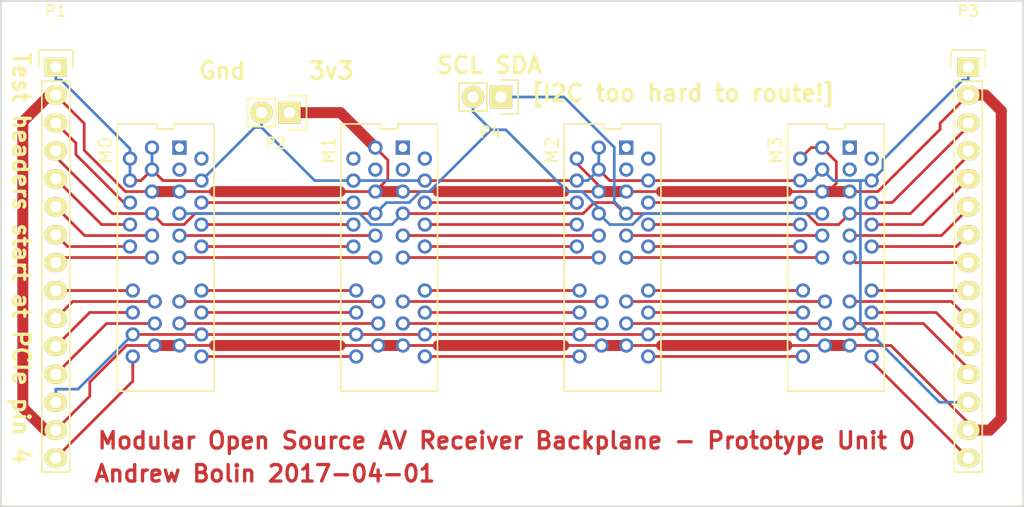
<source format=kicad_pcb>
(kicad_pcb (version 20171130) (host pcbnew "(5.1.12)-1")

  (general
    (thickness 1.6)
    (drawings 12)
    (tracks 236)
    (zones 0)
    (modules 8)
    (nets 69)
  )

  (page A4)
  (layers
    (0 F.Cu signal)
    (31 B.Cu signal)
    (32 B.Adhes user)
    (33 F.Adhes user hide)
    (34 B.Paste user)
    (35 F.Paste user)
    (36 B.SilkS user)
    (37 F.SilkS user)
    (38 B.Mask user)
    (39 F.Mask user)
    (40 Dwgs.User user)
    (41 Cmts.User user)
    (42 Eco1.User user)
    (43 Eco2.User user)
    (44 Edge.Cuts user)
    (45 Margin user)
    (46 B.CrtYd user)
    (47 F.CrtYd user)
    (48 B.Fab user)
    (49 F.Fab user)
  )

  (setup
    (last_trace_width 0.25)
    (user_trace_width 0.2)
    (user_trace_width 0.25)
    (user_trace_width 0.5)
    (user_trace_width 1)
    (trace_clearance 0.2)
    (zone_clearance 0.508)
    (zone_45_only no)
    (trace_min 0.2)
    (via_size 0.6)
    (via_drill 0.4)
    (via_min_size 0.4)
    (via_min_drill 0.3)
    (uvia_size 0.3)
    (uvia_drill 0.1)
    (uvias_allowed no)
    (uvia_min_size 0.2)
    (uvia_min_drill 0.1)
    (edge_width 0.15)
    (segment_width 0.2)
    (pcb_text_width 0.3)
    (pcb_text_size 1.5 1.5)
    (mod_edge_width 0.15)
    (mod_text_size 1 1)
    (mod_text_width 0.15)
    (pad_size 1.524 1.524)
    (pad_drill 0.762)
    (pad_to_mask_clearance 0.2)
    (aux_axis_origin 0 0)
    (visible_elements 7FFFFFFF)
    (pcbplotparams
      (layerselection 0x010f0_80000001)
      (usegerberextensions true)
      (usegerberattributes true)
      (usegerberadvancedattributes true)
      (creategerberjobfile true)
      (excludeedgelayer true)
      (linewidth 0.100000)
      (plotframeref false)
      (viasonmask false)
      (mode 1)
      (useauxorigin false)
      (hpglpennumber 1)
      (hpglpenspeed 20)
      (hpglpendiameter 15.000000)
      (psnegative false)
      (psa4output false)
      (plotreference true)
      (plotvalue true)
      (plotinvisibletext false)
      (padsonsilk false)
      (subtractmaskfromsilk false)
      (outputformat 1)
      (mirror false)
      (drillshape 0)
      (scaleselection 1)
      (outputdirectory "../../../AVR_private/Prototype Unit 0/backplane/"))
  )

  (net 0 "")
  (net 1 "Net-(M0-PadA12)")
  (net 2 "Net-(M0-PadA13)")
  (net 3 "Net-(M0-PadB14)")
  (net 4 "Net-(M0-PadA15)")
  (net 5 "Net-(M0-PadA18)")
  (net 6 "Net-(M0-PadB18)")
  (net 7 "Net-(M0-PadB15)")
  (net 8 "Net-(M0-PadA14)")
  (net 9 "Net-(M0-PadB13)")
  (net 10 "Net-(M0-PadB12)")
  (net 11 "Net-(M0-PadA3)")
  (net 12 "Net-(M0-PadA1)")
  (net 13 GND)
  (net 14 "Net-(M0-PadA9)")
  (net 15 "Net-(M0-PadB9)")
  (net 16 "Net-(M0-PadA11)")
  (net 17 "Net-(M0-PadB11)")
  (net 18 "Net-(M0-PadA2)")
  (net 19 "Net-(M0-PadA6)")
  (net 20 "Net-(M0-PadB6)")
  (net 21 "Net-(M0-PadA8)")
  (net 22 "Net-(M0-PadB8)")
  (net 23 "Net-(M0-PadA10)")
  (net 24 "Net-(M0-PadB10)")
  (net 25 "Net-(M1-PadA12)")
  (net 26 "Net-(M1-PadA13)")
  (net 27 "Net-(M1-PadA15)")
  (net 28 "Net-(M1-PadA18)")
  (net 29 "Net-(M1-PadA14)")
  (net 30 "Net-(M1-PadA3)")
  (net 31 "Net-(M1-PadA1)")
  (net 32 +3V3)
  (net 33 "Net-(M1-PadA9)")
  (net 34 "Net-(M1-PadA11)")
  (net 35 "Net-(M1-PadA2)")
  (net 36 "Net-(M1-PadA6)")
  (net 37 "Net-(M1-PadA8)")
  (net 38 "Net-(M1-PadA10)")
  (net 39 "Net-(M2-PadA12)")
  (net 40 "Net-(M2-PadA13)")
  (net 41 "Net-(M2-PadA15)")
  (net 42 "Net-(M2-PadA18)")
  (net 43 "Net-(M2-PadA14)")
  (net 44 "Net-(M2-PadA3)")
  (net 45 "Net-(M2-PadA1)")
  (net 46 "Net-(M2-PadA9)")
  (net 47 "Net-(M2-PadA11)")
  (net 48 "Net-(M2-PadA2)")
  (net 49 "Net-(M2-PadA6)")
  (net 50 "Net-(M2-PadA8)")
  (net 51 "Net-(M2-PadA10)")
  (net 52 "Net-(M3-PadA12)")
  (net 53 "Net-(M3-PadA13)")
  (net 54 "Net-(M3-PadA15)")
  (net 55 "Net-(M3-PadA18)")
  (net 56 "Net-(M3-PadA14)")
  (net 57 "Net-(M3-PadA3)")
  (net 58 "Net-(M3-PadA1)")
  (net 59 "Net-(M3-PadA9)")
  (net 60 "Net-(M3-PadA11)")
  (net 61 "Net-(M3-PadA2)")
  (net 62 "Net-(M3-PadA6)")
  (net 63 "Net-(M3-PadA8)")
  (net 64 "Net-(M3-PadA10)")
  (net 65 /SDA)
  (net 66 /SCL)
  (net 67 "Net-(M1-PadB3)")
  (net 68 "Net-(M1-PadB2)")

  (net_class Default "This is the default net class."
    (clearance 0.2)
    (trace_width 0.25)
    (via_dia 0.6)
    (via_drill 0.4)
    (uvia_dia 0.3)
    (uvia_drill 0.1)
    (add_net +3V3)
    (add_net /SCL)
    (add_net /SDA)
    (add_net GND)
    (add_net "Net-(M0-PadA1)")
    (add_net "Net-(M0-PadA10)")
    (add_net "Net-(M0-PadA11)")
    (add_net "Net-(M0-PadA12)")
    (add_net "Net-(M0-PadA13)")
    (add_net "Net-(M0-PadA14)")
    (add_net "Net-(M0-PadA15)")
    (add_net "Net-(M0-PadA18)")
    (add_net "Net-(M0-PadA2)")
    (add_net "Net-(M0-PadA3)")
    (add_net "Net-(M0-PadA6)")
    (add_net "Net-(M0-PadA8)")
    (add_net "Net-(M0-PadA9)")
    (add_net "Net-(M0-PadB10)")
    (add_net "Net-(M0-PadB11)")
    (add_net "Net-(M0-PadB12)")
    (add_net "Net-(M0-PadB13)")
    (add_net "Net-(M0-PadB14)")
    (add_net "Net-(M0-PadB15)")
    (add_net "Net-(M0-PadB18)")
    (add_net "Net-(M0-PadB6)")
    (add_net "Net-(M0-PadB8)")
    (add_net "Net-(M0-PadB9)")
    (add_net "Net-(M1-PadA1)")
    (add_net "Net-(M1-PadA10)")
    (add_net "Net-(M1-PadA11)")
    (add_net "Net-(M1-PadA12)")
    (add_net "Net-(M1-PadA13)")
    (add_net "Net-(M1-PadA14)")
    (add_net "Net-(M1-PadA15)")
    (add_net "Net-(M1-PadA18)")
    (add_net "Net-(M1-PadA2)")
    (add_net "Net-(M1-PadA3)")
    (add_net "Net-(M1-PadA6)")
    (add_net "Net-(M1-PadA8)")
    (add_net "Net-(M1-PadA9)")
    (add_net "Net-(M1-PadB2)")
    (add_net "Net-(M1-PadB3)")
    (add_net "Net-(M2-PadA1)")
    (add_net "Net-(M2-PadA10)")
    (add_net "Net-(M2-PadA11)")
    (add_net "Net-(M2-PadA12)")
    (add_net "Net-(M2-PadA13)")
    (add_net "Net-(M2-PadA14)")
    (add_net "Net-(M2-PadA15)")
    (add_net "Net-(M2-PadA18)")
    (add_net "Net-(M2-PadA2)")
    (add_net "Net-(M2-PadA3)")
    (add_net "Net-(M2-PadA6)")
    (add_net "Net-(M2-PadA8)")
    (add_net "Net-(M2-PadA9)")
    (add_net "Net-(M3-PadA1)")
    (add_net "Net-(M3-PadA10)")
    (add_net "Net-(M3-PadA11)")
    (add_net "Net-(M3-PadA12)")
    (add_net "Net-(M3-PadA13)")
    (add_net "Net-(M3-PadA14)")
    (add_net "Net-(M3-PadA15)")
    (add_net "Net-(M3-PadA18)")
    (add_net "Net-(M3-PadA2)")
    (add_net "Net-(M3-PadA3)")
    (add_net "Net-(M3-PadA6)")
    (add_net "Net-(M3-PadA8)")
    (add_net "Net-(M3-PadA9)")
  )

  (module pcie:x1socket (layer F.Cu) (tedit 58DF6D8B) (tstamp 58DF7207)
    (at 116 98.35 270)
    (path /58DF6DCE)
    (fp_text reference M0 (at -4.75 5.5 90) (layer F.SilkS)
      (effects (font (size 1.2 1.2) (thickness 0.15)))
    )
    (fp_text value pcie_1x_conn (at 12.5 5.5 270) (layer F.Fab)
      (effects (font (size 1.2 1.2) (thickness 0.15)))
    )
    (fp_line (start -7.15 0.799999) (end -7.15 4.4) (layer F.SilkS) (width 0.15))
    (fp_line (start -6.7 0.799999) (end -7.15 0.799999) (layer F.SilkS) (width 0.15))
    (fp_line (start -7.15 4.4) (end 17.15 4.4) (layer F.SilkS) (width 0.15))
    (fp_line (start 17.15 4.4) (end 17.15 -4.4) (layer F.SilkS) (width 0.15))
    (fp_line (start 17.15 -4.4) (end -7.15 -4.4) (layer F.SilkS) (width 0.15))
    (fp_line (start -7.15 -4.4) (end -7.15 -0.8) (layer F.SilkS) (width 0.15))
    (fp_line (start -7.15 -0.8) (end -6.7 -0.8) (layer F.SilkS) (width 0.15))
    (fp_line (start -6.7 -0.8) (end -6.7 0.799999) (layer F.SilkS) (width 0.15))
    (pad A12 thru_hole circle (at 8 -3.25 270) (size 1.3 1.3) (drill 0.8) (layers *.Cu *.Mask)
      (net 1 "Net-(M0-PadA12)"))
    (pad A13 thru_hole circle (at 9 -1.25 270) (size 1.3 1.3) (drill 0.8) (layers *.Cu *.Mask)
      (net 2 "Net-(M0-PadA13)"))
    (pad B14 thru_hole circle (at 10 3 270) (size 1.3 1.3) (drill 0.8) (layers *.Cu *.Mask)
      (net 3 "Net-(M0-PadB14)"))
    (pad A15 thru_hole circle (at 11 -1.25 270) (size 1.3 1.3) (drill 0.8) (layers *.Cu *.Mask)
      (net 4 "Net-(M0-PadA15)"))
    (pad A16 thru_hole circle (at 12 -3.25 270) (size 1.3 1.3) (drill 0.8) (layers *.Cu *.Mask)
      (net 13 GND))
    (pad A17 thru_hole circle (at 13 -1.25 270) (size 1.3 1.3) (drill 0.8) (layers *.Cu *.Mask)
      (net 32 +3V3))
    (pad A18 thru_hole circle (at 14 -3.25 270) (size 1.3 1.3) (drill 0.8) (layers *.Cu *.Mask)
      (net 5 "Net-(M0-PadA18)"))
    (pad B18 thru_hole circle (at 14 3 270) (size 1.3 1.3) (drill 0.8) (layers *.Cu *.Mask)
      (net 6 "Net-(M0-PadB18)"))
    (pad B17 thru_hole circle (at 13 1 270) (size 1.3 1.3) (drill 0.8) (layers *.Cu *.Mask)
      (net 32 +3V3))
    (pad B16 thru_hole circle (at 12 3 270) (size 1.3 1.3) (drill 0.8) (layers *.Cu *.Mask)
      (net 13 GND))
    (pad B15 thru_hole circle (at 11 1 270) (size 1.3 1.3) (drill 0.8) (layers *.Cu *.Mask)
      (net 7 "Net-(M0-PadB15)"))
    (pad A14 thru_hole circle (at 10 -3.25 270) (size 1.3 1.3) (drill 0.8) (layers *.Cu *.Mask)
      (net 8 "Net-(M0-PadA14)"))
    (pad B13 thru_hole circle (at 9 1 270) (size 1.3 1.3) (drill 0.8) (layers *.Cu *.Mask)
      (net 9 "Net-(M0-PadB13)"))
    (pad B12 thru_hole circle (at 8 3 270) (size 1.3 1.3) (drill 0.8) (layers *.Cu *.Mask)
      (net 10 "Net-(M0-PadB12)"))
    (pad "" np_thru_hole circle (at 15.8 0 270) (size 2.35 2.35) (drill 2.35) (layers *.Cu *.Mask))
    (pad A3 thru_hole circle (at -3 -1.25 270) (size 1.3 1.3) (drill 0.8) (layers *.Cu *.Mask)
      (net 11 "Net-(M0-PadA3)"))
    (pad A1 thru_hole rect (at -5 -1.25 270) (size 1.3 1.3) (drill 0.8) (layers *.Cu *.Mask)
      (net 12 "Net-(M0-PadA1)"))
    (pad B1 thru_hole circle (at -5 1.25 270) (size 1.3 1.3) (drill 0.8) (layers *.Cu *.Mask)
      (net 13 GND))
    (pad B3 thru_hole circle (at -3 1.25 270) (size 1.3 1.3) (drill 0.8) (layers *.Cu *.Mask)
      (net 13 GND))
    (pad A5 thru_hole circle (at -1 -1.25 270) (size 1.3 1.3) (drill 0.8) (layers *.Cu *.Mask)
      (net 32 +3V3))
    (pad B5 thru_hole circle (at -1 1.25 270) (size 1.3 1.3) (drill 0.8) (layers *.Cu *.Mask)
      (net 32 +3V3))
    (pad A7 thru_hole circle (at 1 -1.25 270) (size 1.3 1.3) (drill 0.8) (layers *.Cu *.Mask)
      (net 65 /SDA))
    (pad B7 thru_hole circle (at 1 1.25 270) (size 1.3 1.3) (drill 0.8) (layers *.Cu *.Mask)
      (net 66 /SCL))
    (pad A9 thru_hole circle (at 3 -1.25 270) (size 1.3 1.3) (drill 0.8) (layers *.Cu *.Mask)
      (net 14 "Net-(M0-PadA9)"))
    (pad B9 thru_hole circle (at 3 1.25 270) (size 1.3 1.3) (drill 0.8) (layers *.Cu *.Mask)
      (net 15 "Net-(M0-PadB9)"))
    (pad A11 thru_hole circle (at 5 -1.25 270) (size 1.3 1.3) (drill 0.8) (layers *.Cu *.Mask)
      (net 16 "Net-(M0-PadA11)"))
    (pad B11 thru_hole circle (at 5 1.25 270) (size 1.3 1.3) (drill 0.8) (layers *.Cu *.Mask)
      (net 17 "Net-(M0-PadB11)"))
    (pad A2 thru_hole circle (at -4 -3.25 270) (size 1.3 1.3) (drill 0.8) (layers *.Cu *.Mask)
      (net 18 "Net-(M0-PadA2)"))
    (pad B2 thru_hole circle (at -4 3.25 270) (size 1.3 1.3) (drill 0.8) (layers *.Cu *.Mask)
      (net 13 GND))
    (pad A4 thru_hole circle (at -2 -3.25 270) (size 1.3 1.3) (drill 0.8) (layers *.Cu *.Mask)
      (net 13 GND))
    (pad B4 thru_hole circle (at -2 3.25 270) (size 1.3 1.3) (drill 0.8) (layers *.Cu *.Mask)
      (net 13 GND))
    (pad A6 thru_hole circle (at 0 -3.25 270) (size 1.3 1.3) (drill 0.8) (layers *.Cu *.Mask)
      (net 19 "Net-(M0-PadA6)"))
    (pad B6 thru_hole circle (at 0 3.25 270) (size 1.3 1.3) (drill 0.8) (layers *.Cu *.Mask)
      (net 20 "Net-(M0-PadB6)"))
    (pad A8 thru_hole circle (at 2 -3.25 270) (size 1.3 1.3) (drill 0.8) (layers *.Cu *.Mask)
      (net 21 "Net-(M0-PadA8)"))
    (pad B8 thru_hole circle (at 2 3.25 270) (size 1.3 1.3) (drill 0.8) (layers *.Cu *.Mask)
      (net 22 "Net-(M0-PadB8)"))
    (pad A10 thru_hole circle (at 4 -3.25 270) (size 1.3 1.3) (drill 0.8) (layers *.Cu *.Mask)
      (net 23 "Net-(M0-PadA10)"))
    (pad B10 thru_hole circle (at 4 3.25 270) (size 1.3 1.3) (drill 0.8) (layers *.Cu *.Mask)
      (net 24 "Net-(M0-PadB10)"))
    (pad "" np_thru_hole circle (at 6.65 0 270) (size 2.35 2.35) (drill 2.35) (layers *.Cu *.Mask))
  )

  (module pcie:x1socket (layer F.Cu) (tedit 58DF6D8B) (tstamp 58DF7231)
    (at 136.32 98.35 270)
    (path /58DF6E2D)
    (fp_text reference M1 (at -4.75 5.5 90) (layer F.SilkS)
      (effects (font (size 1.2 1.2) (thickness 0.15)))
    )
    (fp_text value pcie_1x_conn (at 12.5 5.5 270) (layer F.Fab)
      (effects (font (size 1.2 1.2) (thickness 0.15)))
    )
    (fp_line (start -7.15 0.799999) (end -7.15 4.4) (layer F.SilkS) (width 0.15))
    (fp_line (start -6.7 0.799999) (end -7.15 0.799999) (layer F.SilkS) (width 0.15))
    (fp_line (start -7.15 4.4) (end 17.15 4.4) (layer F.SilkS) (width 0.15))
    (fp_line (start 17.15 4.4) (end 17.15 -4.4) (layer F.SilkS) (width 0.15))
    (fp_line (start 17.15 -4.4) (end -7.15 -4.4) (layer F.SilkS) (width 0.15))
    (fp_line (start -7.15 -4.4) (end -7.15 -0.8) (layer F.SilkS) (width 0.15))
    (fp_line (start -7.15 -0.8) (end -6.7 -0.8) (layer F.SilkS) (width 0.15))
    (fp_line (start -6.7 -0.8) (end -6.7 0.799999) (layer F.SilkS) (width 0.15))
    (pad A12 thru_hole circle (at 8 -3.25 270) (size 1.3 1.3) (drill 0.8) (layers *.Cu *.Mask)
      (net 25 "Net-(M1-PadA12)"))
    (pad A13 thru_hole circle (at 9 -1.25 270) (size 1.3 1.3) (drill 0.8) (layers *.Cu *.Mask)
      (net 26 "Net-(M1-PadA13)"))
    (pad B14 thru_hole circle (at 10 3 270) (size 1.3 1.3) (drill 0.8) (layers *.Cu *.Mask)
      (net 8 "Net-(M0-PadA14)"))
    (pad A15 thru_hole circle (at 11 -1.25 270) (size 1.3 1.3) (drill 0.8) (layers *.Cu *.Mask)
      (net 27 "Net-(M1-PadA15)"))
    (pad A16 thru_hole circle (at 12 -3.25 270) (size 1.3 1.3) (drill 0.8) (layers *.Cu *.Mask)
      (net 13 GND))
    (pad A17 thru_hole circle (at 13 -1.25 270) (size 1.3 1.3) (drill 0.8) (layers *.Cu *.Mask)
      (net 32 +3V3))
    (pad A18 thru_hole circle (at 14 -3.25 270) (size 1.3 1.3) (drill 0.8) (layers *.Cu *.Mask)
      (net 28 "Net-(M1-PadA18)"))
    (pad B18 thru_hole circle (at 14 3 270) (size 1.3 1.3) (drill 0.8) (layers *.Cu *.Mask)
      (net 5 "Net-(M0-PadA18)"))
    (pad B17 thru_hole circle (at 13 1 270) (size 1.3 1.3) (drill 0.8) (layers *.Cu *.Mask)
      (net 32 +3V3))
    (pad B16 thru_hole circle (at 12 3 270) (size 1.3 1.3) (drill 0.8) (layers *.Cu *.Mask)
      (net 13 GND))
    (pad B15 thru_hole circle (at 11 1 270) (size 1.3 1.3) (drill 0.8) (layers *.Cu *.Mask)
      (net 4 "Net-(M0-PadA15)"))
    (pad A14 thru_hole circle (at 10 -3.25 270) (size 1.3 1.3) (drill 0.8) (layers *.Cu *.Mask)
      (net 29 "Net-(M1-PadA14)"))
    (pad B13 thru_hole circle (at 9 1 270) (size 1.3 1.3) (drill 0.8) (layers *.Cu *.Mask)
      (net 2 "Net-(M0-PadA13)"))
    (pad B12 thru_hole circle (at 8 3 270) (size 1.3 1.3) (drill 0.8) (layers *.Cu *.Mask)
      (net 1 "Net-(M0-PadA12)"))
    (pad "" np_thru_hole circle (at 15.8 0 270) (size 2.35 2.35) (drill 2.35) (layers *.Cu *.Mask))
    (pad A3 thru_hole circle (at -3 -1.25 270) (size 1.3 1.3) (drill 0.8) (layers *.Cu *.Mask)
      (net 30 "Net-(M1-PadA3)"))
    (pad A1 thru_hole rect (at -5 -1.25 270) (size 1.3 1.3) (drill 0.8) (layers *.Cu *.Mask)
      (net 31 "Net-(M1-PadA1)"))
    (pad B1 thru_hole circle (at -5 1.25 270) (size 1.3 1.3) (drill 0.8) (layers *.Cu *.Mask)
      (net 32 +3V3))
    (pad B3 thru_hole circle (at -3 1.25 270) (size 1.3 1.3) (drill 0.8) (layers *.Cu *.Mask)
      (net 67 "Net-(M1-PadB3)"))
    (pad A5 thru_hole circle (at -1 -1.25 270) (size 1.3 1.3) (drill 0.8) (layers *.Cu *.Mask)
      (net 32 +3V3))
    (pad B5 thru_hole circle (at -1 1.25 270) (size 1.3 1.3) (drill 0.8) (layers *.Cu *.Mask)
      (net 32 +3V3))
    (pad A7 thru_hole circle (at 1 -1.25 270) (size 1.3 1.3) (drill 0.8) (layers *.Cu *.Mask)
      (net 65 /SDA))
    (pad B7 thru_hole circle (at 1 1.25 270) (size 1.3 1.3) (drill 0.8) (layers *.Cu *.Mask)
      (net 66 /SCL))
    (pad A9 thru_hole circle (at 3 -1.25 270) (size 1.3 1.3) (drill 0.8) (layers *.Cu *.Mask)
      (net 33 "Net-(M1-PadA9)"))
    (pad B9 thru_hole circle (at 3 1.25 270) (size 1.3 1.3) (drill 0.8) (layers *.Cu *.Mask)
      (net 14 "Net-(M0-PadA9)"))
    (pad A11 thru_hole circle (at 5 -1.25 270) (size 1.3 1.3) (drill 0.8) (layers *.Cu *.Mask)
      (net 34 "Net-(M1-PadA11)"))
    (pad B11 thru_hole circle (at 5 1.25 270) (size 1.3 1.3) (drill 0.8) (layers *.Cu *.Mask)
      (net 16 "Net-(M0-PadA11)"))
    (pad A2 thru_hole circle (at -4 -3.25 270) (size 1.3 1.3) (drill 0.8) (layers *.Cu *.Mask)
      (net 35 "Net-(M1-PadA2)"))
    (pad B2 thru_hole circle (at -4 3.25 270) (size 1.3 1.3) (drill 0.8) (layers *.Cu *.Mask)
      (net 68 "Net-(M1-PadB2)"))
    (pad A4 thru_hole circle (at -2 -3.25 270) (size 1.3 1.3) (drill 0.8) (layers *.Cu *.Mask)
      (net 13 GND))
    (pad B4 thru_hole circle (at -2 3.25 270) (size 1.3 1.3) (drill 0.8) (layers *.Cu *.Mask)
      (net 13 GND))
    (pad A6 thru_hole circle (at 0 -3.25 270) (size 1.3 1.3) (drill 0.8) (layers *.Cu *.Mask)
      (net 36 "Net-(M1-PadA6)"))
    (pad B6 thru_hole circle (at 0 3.25 270) (size 1.3 1.3) (drill 0.8) (layers *.Cu *.Mask)
      (net 19 "Net-(M0-PadA6)"))
    (pad A8 thru_hole circle (at 2 -3.25 270) (size 1.3 1.3) (drill 0.8) (layers *.Cu *.Mask)
      (net 37 "Net-(M1-PadA8)"))
    (pad B8 thru_hole circle (at 2 3.25 270) (size 1.3 1.3) (drill 0.8) (layers *.Cu *.Mask)
      (net 21 "Net-(M0-PadA8)"))
    (pad A10 thru_hole circle (at 4 -3.25 270) (size 1.3 1.3) (drill 0.8) (layers *.Cu *.Mask)
      (net 38 "Net-(M1-PadA10)"))
    (pad B10 thru_hole circle (at 4 3.25 270) (size 1.3 1.3) (drill 0.8) (layers *.Cu *.Mask)
      (net 23 "Net-(M0-PadA10)"))
    (pad "" np_thru_hole circle (at 6.65 0 270) (size 2.35 2.35) (drill 2.35) (layers *.Cu *.Mask))
  )

  (module pcie:x1socket (layer F.Cu) (tedit 58DF6D8B) (tstamp 58DF725B)
    (at 156.64 98.35 270)
    (path /58DF70E7)
    (fp_text reference M2 (at -4.75 5.5 90) (layer F.SilkS)
      (effects (font (size 1.2 1.2) (thickness 0.15)))
    )
    (fp_text value pcie_1x_conn (at 12.5 5.5 270) (layer F.Fab)
      (effects (font (size 1.2 1.2) (thickness 0.15)))
    )
    (fp_line (start -7.15 0.799999) (end -7.15 4.4) (layer F.SilkS) (width 0.15))
    (fp_line (start -6.7 0.799999) (end -7.15 0.799999) (layer F.SilkS) (width 0.15))
    (fp_line (start -7.15 4.4) (end 17.15 4.4) (layer F.SilkS) (width 0.15))
    (fp_line (start 17.15 4.4) (end 17.15 -4.4) (layer F.SilkS) (width 0.15))
    (fp_line (start 17.15 -4.4) (end -7.15 -4.4) (layer F.SilkS) (width 0.15))
    (fp_line (start -7.15 -4.4) (end -7.15 -0.8) (layer F.SilkS) (width 0.15))
    (fp_line (start -7.15 -0.8) (end -6.7 -0.8) (layer F.SilkS) (width 0.15))
    (fp_line (start -6.7 -0.8) (end -6.7 0.799999) (layer F.SilkS) (width 0.15))
    (pad A12 thru_hole circle (at 8 -3.25 270) (size 1.3 1.3) (drill 0.8) (layers *.Cu *.Mask)
      (net 39 "Net-(M2-PadA12)"))
    (pad A13 thru_hole circle (at 9 -1.25 270) (size 1.3 1.3) (drill 0.8) (layers *.Cu *.Mask)
      (net 40 "Net-(M2-PadA13)"))
    (pad B14 thru_hole circle (at 10 3 270) (size 1.3 1.3) (drill 0.8) (layers *.Cu *.Mask)
      (net 29 "Net-(M1-PadA14)"))
    (pad A15 thru_hole circle (at 11 -1.25 270) (size 1.3 1.3) (drill 0.8) (layers *.Cu *.Mask)
      (net 41 "Net-(M2-PadA15)"))
    (pad A16 thru_hole circle (at 12 -3.25 270) (size 1.3 1.3) (drill 0.8) (layers *.Cu *.Mask)
      (net 13 GND))
    (pad A17 thru_hole circle (at 13 -1.25 270) (size 1.3 1.3) (drill 0.8) (layers *.Cu *.Mask)
      (net 32 +3V3))
    (pad A18 thru_hole circle (at 14 -3.25 270) (size 1.3 1.3) (drill 0.8) (layers *.Cu *.Mask)
      (net 42 "Net-(M2-PadA18)"))
    (pad B18 thru_hole circle (at 14 3 270) (size 1.3 1.3) (drill 0.8) (layers *.Cu *.Mask)
      (net 28 "Net-(M1-PadA18)"))
    (pad B17 thru_hole circle (at 13 1 270) (size 1.3 1.3) (drill 0.8) (layers *.Cu *.Mask)
      (net 32 +3V3))
    (pad B16 thru_hole circle (at 12 3 270) (size 1.3 1.3) (drill 0.8) (layers *.Cu *.Mask)
      (net 13 GND))
    (pad B15 thru_hole circle (at 11 1 270) (size 1.3 1.3) (drill 0.8) (layers *.Cu *.Mask)
      (net 27 "Net-(M1-PadA15)"))
    (pad A14 thru_hole circle (at 10 -3.25 270) (size 1.3 1.3) (drill 0.8) (layers *.Cu *.Mask)
      (net 43 "Net-(M2-PadA14)"))
    (pad B13 thru_hole circle (at 9 1 270) (size 1.3 1.3) (drill 0.8) (layers *.Cu *.Mask)
      (net 26 "Net-(M1-PadA13)"))
    (pad B12 thru_hole circle (at 8 3 270) (size 1.3 1.3) (drill 0.8) (layers *.Cu *.Mask)
      (net 25 "Net-(M1-PadA12)"))
    (pad "" np_thru_hole circle (at 15.8 0 270) (size 2.35 2.35) (drill 2.35) (layers *.Cu *.Mask))
    (pad A3 thru_hole circle (at -3 -1.25 270) (size 1.3 1.3) (drill 0.8) (layers *.Cu *.Mask)
      (net 44 "Net-(M2-PadA3)"))
    (pad A1 thru_hole rect (at -5 -1.25 270) (size 1.3 1.3) (drill 0.8) (layers *.Cu *.Mask)
      (net 45 "Net-(M2-PadA1)"))
    (pad B1 thru_hole circle (at -5 1.25 270) (size 1.3 1.3) (drill 0.8) (layers *.Cu *.Mask)
      (net 13 GND))
    (pad B3 thru_hole circle (at -3 1.25 270) (size 1.3 1.3) (drill 0.8) (layers *.Cu *.Mask)
      (net 13 GND))
    (pad A5 thru_hole circle (at -1 -1.25 270) (size 1.3 1.3) (drill 0.8) (layers *.Cu *.Mask)
      (net 32 +3V3))
    (pad B5 thru_hole circle (at -1 1.25 270) (size 1.3 1.3) (drill 0.8) (layers *.Cu *.Mask)
      (net 32 +3V3))
    (pad A7 thru_hole circle (at 1 -1.25 270) (size 1.3 1.3) (drill 0.8) (layers *.Cu *.Mask)
      (net 65 /SDA))
    (pad B7 thru_hole circle (at 1 1.25 270) (size 1.3 1.3) (drill 0.8) (layers *.Cu *.Mask)
      (net 66 /SCL))
    (pad A9 thru_hole circle (at 3 -1.25 270) (size 1.3 1.3) (drill 0.8) (layers *.Cu *.Mask)
      (net 46 "Net-(M2-PadA9)"))
    (pad B9 thru_hole circle (at 3 1.25 270) (size 1.3 1.3) (drill 0.8) (layers *.Cu *.Mask)
      (net 33 "Net-(M1-PadA9)"))
    (pad A11 thru_hole circle (at 5 -1.25 270) (size 1.3 1.3) (drill 0.8) (layers *.Cu *.Mask)
      (net 47 "Net-(M2-PadA11)"))
    (pad B11 thru_hole circle (at 5 1.25 270) (size 1.3 1.3) (drill 0.8) (layers *.Cu *.Mask)
      (net 34 "Net-(M1-PadA11)"))
    (pad A2 thru_hole circle (at -4 -3.25 270) (size 1.3 1.3) (drill 0.8) (layers *.Cu *.Mask)
      (net 48 "Net-(M2-PadA2)"))
    (pad B2 thru_hole circle (at -4 3.25 270) (size 1.3 1.3) (drill 0.8) (layers *.Cu *.Mask)
      (net 32 +3V3))
    (pad A4 thru_hole circle (at -2 -3.25 270) (size 1.3 1.3) (drill 0.8) (layers *.Cu *.Mask)
      (net 13 GND))
    (pad B4 thru_hole circle (at -2 3.25 270) (size 1.3 1.3) (drill 0.8) (layers *.Cu *.Mask)
      (net 13 GND))
    (pad A6 thru_hole circle (at 0 -3.25 270) (size 1.3 1.3) (drill 0.8) (layers *.Cu *.Mask)
      (net 49 "Net-(M2-PadA6)"))
    (pad B6 thru_hole circle (at 0 3.25 270) (size 1.3 1.3) (drill 0.8) (layers *.Cu *.Mask)
      (net 36 "Net-(M1-PadA6)"))
    (pad A8 thru_hole circle (at 2 -3.25 270) (size 1.3 1.3) (drill 0.8) (layers *.Cu *.Mask)
      (net 50 "Net-(M2-PadA8)"))
    (pad B8 thru_hole circle (at 2 3.25 270) (size 1.3 1.3) (drill 0.8) (layers *.Cu *.Mask)
      (net 37 "Net-(M1-PadA8)"))
    (pad A10 thru_hole circle (at 4 -3.25 270) (size 1.3 1.3) (drill 0.8) (layers *.Cu *.Mask)
      (net 51 "Net-(M2-PadA10)"))
    (pad B10 thru_hole circle (at 4 3.25 270) (size 1.3 1.3) (drill 0.8) (layers *.Cu *.Mask)
      (net 38 "Net-(M1-PadA10)"))
    (pad "" np_thru_hole circle (at 6.65 0 270) (size 2.35 2.35) (drill 2.35) (layers *.Cu *.Mask))
  )

  (module pcie:x1socket (layer F.Cu) (tedit 58DF6D8B) (tstamp 58DF7285)
    (at 176.96 98.35 270)
    (path /58DF70ED)
    (fp_text reference M3 (at -4.75 5.5 90) (layer F.SilkS)
      (effects (font (size 1.2 1.2) (thickness 0.15)))
    )
    (fp_text value pcie_1x_conn (at 12.5 5.5 270) (layer F.Fab)
      (effects (font (size 1.2 1.2) (thickness 0.15)))
    )
    (fp_line (start -7.15 0.799999) (end -7.15 4.4) (layer F.SilkS) (width 0.15))
    (fp_line (start -6.7 0.799999) (end -7.15 0.799999) (layer F.SilkS) (width 0.15))
    (fp_line (start -7.15 4.4) (end 17.15 4.4) (layer F.SilkS) (width 0.15))
    (fp_line (start 17.15 4.4) (end 17.15 -4.4) (layer F.SilkS) (width 0.15))
    (fp_line (start 17.15 -4.4) (end -7.15 -4.4) (layer F.SilkS) (width 0.15))
    (fp_line (start -7.15 -4.4) (end -7.15 -0.8) (layer F.SilkS) (width 0.15))
    (fp_line (start -7.15 -0.8) (end -6.7 -0.8) (layer F.SilkS) (width 0.15))
    (fp_line (start -6.7 -0.8) (end -6.7 0.799999) (layer F.SilkS) (width 0.15))
    (pad A12 thru_hole circle (at 8 -3.25 270) (size 1.3 1.3) (drill 0.8) (layers *.Cu *.Mask)
      (net 52 "Net-(M3-PadA12)"))
    (pad A13 thru_hole circle (at 9 -1.25 270) (size 1.3 1.3) (drill 0.8) (layers *.Cu *.Mask)
      (net 53 "Net-(M3-PadA13)"))
    (pad B14 thru_hole circle (at 10 3 270) (size 1.3 1.3) (drill 0.8) (layers *.Cu *.Mask)
      (net 43 "Net-(M2-PadA14)"))
    (pad A15 thru_hole circle (at 11 -1.25 270) (size 1.3 1.3) (drill 0.8) (layers *.Cu *.Mask)
      (net 54 "Net-(M3-PadA15)"))
    (pad A16 thru_hole circle (at 12 -3.25 270) (size 1.3 1.3) (drill 0.8) (layers *.Cu *.Mask)
      (net 13 GND))
    (pad A17 thru_hole circle (at 13 -1.25 270) (size 1.3 1.3) (drill 0.8) (layers *.Cu *.Mask)
      (net 32 +3V3))
    (pad A18 thru_hole circle (at 14 -3.25 270) (size 1.3 1.3) (drill 0.8) (layers *.Cu *.Mask)
      (net 55 "Net-(M3-PadA18)"))
    (pad B18 thru_hole circle (at 14 3 270) (size 1.3 1.3) (drill 0.8) (layers *.Cu *.Mask)
      (net 42 "Net-(M2-PadA18)"))
    (pad B17 thru_hole circle (at 13 1 270) (size 1.3 1.3) (drill 0.8) (layers *.Cu *.Mask)
      (net 32 +3V3))
    (pad B16 thru_hole circle (at 12 3 270) (size 1.3 1.3) (drill 0.8) (layers *.Cu *.Mask)
      (net 13 GND))
    (pad B15 thru_hole circle (at 11 1 270) (size 1.3 1.3) (drill 0.8) (layers *.Cu *.Mask)
      (net 41 "Net-(M2-PadA15)"))
    (pad A14 thru_hole circle (at 10 -3.25 270) (size 1.3 1.3) (drill 0.8) (layers *.Cu *.Mask)
      (net 56 "Net-(M3-PadA14)"))
    (pad B13 thru_hole circle (at 9 1 270) (size 1.3 1.3) (drill 0.8) (layers *.Cu *.Mask)
      (net 40 "Net-(M2-PadA13)"))
    (pad B12 thru_hole circle (at 8 3 270) (size 1.3 1.3) (drill 0.8) (layers *.Cu *.Mask)
      (net 39 "Net-(M2-PadA12)"))
    (pad "" np_thru_hole circle (at 15.8 0 270) (size 2.35 2.35) (drill 2.35) (layers *.Cu *.Mask))
    (pad A3 thru_hole circle (at -3 -1.25 270) (size 1.3 1.3) (drill 0.8) (layers *.Cu *.Mask)
      (net 57 "Net-(M3-PadA3)"))
    (pad A1 thru_hole rect (at -5 -1.25 270) (size 1.3 1.3) (drill 0.8) (layers *.Cu *.Mask)
      (net 58 "Net-(M3-PadA1)"))
    (pad B1 thru_hole circle (at -5 1.25 270) (size 1.3 1.3) (drill 0.8) (layers *.Cu *.Mask)
      (net 32 +3V3))
    (pad B3 thru_hole circle (at -3 1.25 270) (size 1.3 1.3) (drill 0.8) (layers *.Cu *.Mask)
      (net 13 GND))
    (pad A5 thru_hole circle (at -1 -1.25 270) (size 1.3 1.3) (drill 0.8) (layers *.Cu *.Mask)
      (net 32 +3V3))
    (pad B5 thru_hole circle (at -1 1.25 270) (size 1.3 1.3) (drill 0.8) (layers *.Cu *.Mask)
      (net 32 +3V3))
    (pad A7 thru_hole circle (at 1 -1.25 270) (size 1.3 1.3) (drill 0.8) (layers *.Cu *.Mask)
      (net 65 /SDA))
    (pad B7 thru_hole circle (at 1 1.25 270) (size 1.3 1.3) (drill 0.8) (layers *.Cu *.Mask)
      (net 66 /SCL))
    (pad A9 thru_hole circle (at 3 -1.25 270) (size 1.3 1.3) (drill 0.8) (layers *.Cu *.Mask)
      (net 59 "Net-(M3-PadA9)"))
    (pad B9 thru_hole circle (at 3 1.25 270) (size 1.3 1.3) (drill 0.8) (layers *.Cu *.Mask)
      (net 46 "Net-(M2-PadA9)"))
    (pad A11 thru_hole circle (at 5 -1.25 270) (size 1.3 1.3) (drill 0.8) (layers *.Cu *.Mask)
      (net 60 "Net-(M3-PadA11)"))
    (pad B11 thru_hole circle (at 5 1.25 270) (size 1.3 1.3) (drill 0.8) (layers *.Cu *.Mask)
      (net 47 "Net-(M2-PadA11)"))
    (pad A2 thru_hole circle (at -4 -3.25 270) (size 1.3 1.3) (drill 0.8) (layers *.Cu *.Mask)
      (net 61 "Net-(M3-PadA2)"))
    (pad B2 thru_hole circle (at -4 3.25 270) (size 1.3 1.3) (drill 0.8) (layers *.Cu *.Mask)
      (net 32 +3V3))
    (pad A4 thru_hole circle (at -2 -3.25 270) (size 1.3 1.3) (drill 0.8) (layers *.Cu *.Mask)
      (net 13 GND))
    (pad B4 thru_hole circle (at -2 3.25 270) (size 1.3 1.3) (drill 0.8) (layers *.Cu *.Mask)
      (net 13 GND))
    (pad A6 thru_hole circle (at 0 -3.25 270) (size 1.3 1.3) (drill 0.8) (layers *.Cu *.Mask)
      (net 62 "Net-(M3-PadA6)"))
    (pad B6 thru_hole circle (at 0 3.25 270) (size 1.3 1.3) (drill 0.8) (layers *.Cu *.Mask)
      (net 49 "Net-(M2-PadA6)"))
    (pad A8 thru_hole circle (at 2 -3.25 270) (size 1.3 1.3) (drill 0.8) (layers *.Cu *.Mask)
      (net 63 "Net-(M3-PadA8)"))
    (pad B8 thru_hole circle (at 2 3.25 270) (size 1.3 1.3) (drill 0.8) (layers *.Cu *.Mask)
      (net 50 "Net-(M2-PadA8)"))
    (pad A10 thru_hole circle (at 4 -3.25 270) (size 1.3 1.3) (drill 0.8) (layers *.Cu *.Mask)
      (net 64 "Net-(M3-PadA10)"))
    (pad B10 thru_hole circle (at 4 3.25 270) (size 1.3 1.3) (drill 0.8) (layers *.Cu *.Mask)
      (net 51 "Net-(M2-PadA10)"))
    (pad "" np_thru_hole circle (at 6.65 0 270) (size 2.35 2.35) (drill 2.35) (layers *.Cu *.Mask))
  )

  (module Pin_Headers:Pin_Header_Straight_1x02 (layer F.Cu) (tedit 54EA090C) (tstamp 58DF72A1)
    (at 127.254 90.17 270)
    (descr "Through hole pin header")
    (tags "pin header")
    (path /58DF8475)
    (fp_text reference P2 (at 2.794 1.27) (layer F.SilkS)
      (effects (font (size 1 1) (thickness 0.15)))
    )
    (fp_text value CONN_01X02 (at 6.858 3.556 270) (layer F.Fab)
      (effects (font (size 1 1) (thickness 0.15)))
    )
    (fp_line (start -1.27 3.81) (end 1.27 3.81) (layer F.SilkS) (width 0.15))
    (fp_line (start -1.27 1.27) (end -1.27 3.81) (layer F.SilkS) (width 0.15))
    (fp_line (start -1.55 -1.55) (end 1.55 -1.55) (layer F.SilkS) (width 0.15))
    (fp_line (start -1.55 0) (end -1.55 -1.55) (layer F.SilkS) (width 0.15))
    (fp_line (start 1.27 1.27) (end -1.27 1.27) (layer F.SilkS) (width 0.15))
    (fp_line (start -1.75 4.3) (end 1.75 4.3) (layer F.CrtYd) (width 0.05))
    (fp_line (start -1.75 -1.75) (end 1.75 -1.75) (layer F.CrtYd) (width 0.05))
    (fp_line (start 1.75 -1.75) (end 1.75 4.3) (layer F.CrtYd) (width 0.05))
    (fp_line (start -1.75 -1.75) (end -1.75 4.3) (layer F.CrtYd) (width 0.05))
    (fp_line (start 1.55 -1.55) (end 1.55 0) (layer F.SilkS) (width 0.15))
    (fp_line (start 1.27 1.27) (end 1.27 3.81) (layer F.SilkS) (width 0.15))
    (pad 1 thru_hole rect (at 0 0 270) (size 2.032 2.032) (drill 1.016) (layers *.Cu *.Mask F.SilkS)
      (net 32 +3V3))
    (pad 2 thru_hole oval (at 0 2.54 270) (size 2.032 2.032) (drill 1.016) (layers *.Cu *.Mask F.SilkS)
      (net 13 GND))
    (model Pin_Headers.3dshapes/Pin_Header_Straight_1x02.wrl
      (offset (xyz 0 -1.269999980926514 0))
      (scale (xyz 1 1 1))
      (rotate (xyz 0 0 90))
    )
  )

  (module Pin_Headers:Pin_Header_Straight_1x15 (layer F.Cu) (tedit 0) (tstamp 58DF7482)
    (at 106 86.03)
    (descr "Through hole pin header")
    (tags "pin header")
    (path /58DF76B8)
    (fp_text reference P1 (at 0 -5.1) (layer F.SilkS)
      (effects (font (size 1 1) (thickness 0.15)))
    )
    (fp_text value CONN_01X15 (at 0 -3.1) (layer F.Fab)
      (effects (font (size 1 1) (thickness 0.15)))
    )
    (fp_line (start -1.55 -1.55) (end 1.55 -1.55) (layer F.SilkS) (width 0.15))
    (fp_line (start -1.55 0) (end -1.55 -1.55) (layer F.SilkS) (width 0.15))
    (fp_line (start 1.27 1.27) (end -1.27 1.27) (layer F.SilkS) (width 0.15))
    (fp_line (start 1.55 -1.55) (end 1.55 0) (layer F.SilkS) (width 0.15))
    (fp_line (start 1.27 36.83) (end 1.27 1.27) (layer F.SilkS) (width 0.15))
    (fp_line (start -1.27 36.83) (end 1.27 36.83) (layer F.SilkS) (width 0.15))
    (fp_line (start -1.27 1.27) (end -1.27 36.83) (layer F.SilkS) (width 0.15))
    (fp_line (start -1.75 37.35) (end 1.75 37.35) (layer F.CrtYd) (width 0.05))
    (fp_line (start -1.75 -1.75) (end 1.75 -1.75) (layer F.CrtYd) (width 0.05))
    (fp_line (start 1.75 -1.75) (end 1.75 37.35) (layer F.CrtYd) (width 0.05))
    (fp_line (start -1.75 -1.75) (end -1.75 37.35) (layer F.CrtYd) (width 0.05))
    (pad 1 thru_hole rect (at 0 0) (size 2.032 1.7272) (drill 1.016) (layers *.Cu *.Mask F.SilkS)
      (net 13 GND))
    (pad 2 thru_hole oval (at 0 2.54) (size 2.032 1.7272) (drill 1.016) (layers *.Cu *.Mask F.SilkS)
      (net 32 +3V3))
    (pad 3 thru_hole oval (at 0 5.08) (size 2.032 1.7272) (drill 1.016) (layers *.Cu *.Mask F.SilkS)
      (net 20 "Net-(M0-PadB6)"))
    (pad 4 thru_hole oval (at 0 7.62) (size 2.032 1.7272) (drill 1.016) (layers *.Cu *.Mask F.SilkS)
      (net 66 /SCL))
    (pad 5 thru_hole oval (at 0 10.16) (size 2.032 1.7272) (drill 1.016) (layers *.Cu *.Mask F.SilkS)
      (net 22 "Net-(M0-PadB8)"))
    (pad 6 thru_hole oval (at 0 12.7) (size 2.032 1.7272) (drill 1.016) (layers *.Cu *.Mask F.SilkS)
      (net 15 "Net-(M0-PadB9)"))
    (pad 7 thru_hole oval (at 0 15.24) (size 2.032 1.7272) (drill 1.016) (layers *.Cu *.Mask F.SilkS)
      (net 24 "Net-(M0-PadB10)"))
    (pad 8 thru_hole oval (at 0 17.78) (size 2.032 1.7272) (drill 1.016) (layers *.Cu *.Mask F.SilkS)
      (net 17 "Net-(M0-PadB11)"))
    (pad 9 thru_hole oval (at 0 20.32) (size 2.032 1.7272) (drill 1.016) (layers *.Cu *.Mask F.SilkS)
      (net 10 "Net-(M0-PadB12)"))
    (pad 10 thru_hole oval (at 0 22.86) (size 2.032 1.7272) (drill 1.016) (layers *.Cu *.Mask F.SilkS)
      (net 9 "Net-(M0-PadB13)"))
    (pad 11 thru_hole oval (at 0 25.4) (size 2.032 1.7272) (drill 1.016) (layers *.Cu *.Mask F.SilkS)
      (net 3 "Net-(M0-PadB14)"))
    (pad 12 thru_hole oval (at 0 27.94) (size 2.032 1.7272) (drill 1.016) (layers *.Cu *.Mask F.SilkS)
      (net 7 "Net-(M0-PadB15)"))
    (pad 13 thru_hole oval (at 0 30.48) (size 2.032 1.7272) (drill 1.016) (layers *.Cu *.Mask F.SilkS)
      (net 13 GND))
    (pad 14 thru_hole oval (at 0 33.02) (size 2.032 1.7272) (drill 1.016) (layers *.Cu *.Mask F.SilkS)
      (net 32 +3V3))
    (pad 15 thru_hole oval (at 0 35.56) (size 2.032 1.7272) (drill 1.016) (layers *.Cu *.Mask F.SilkS)
      (net 6 "Net-(M0-PadB18)"))
    (model Pin_Headers.3dshapes/Pin_Header_Straight_1x15.wrl
      (offset (xyz 0 -17.77999973297119 0))
      (scale (xyz 1 1 1))
      (rotate (xyz 0 0 90))
    )
  )

  (module Pin_Headers:Pin_Header_Straight_1x15 (layer F.Cu) (tedit 0) (tstamp 58DF7495)
    (at 189 86.03)
    (descr "Through hole pin header")
    (tags "pin header")
    (path /58DF77CF)
    (fp_text reference P3 (at 0 -5.1) (layer F.SilkS)
      (effects (font (size 1 1) (thickness 0.15)))
    )
    (fp_text value CONN_01X15 (at 0 -3.1) (layer F.Fab)
      (effects (font (size 1 1) (thickness 0.15)))
    )
    (fp_line (start -1.55 -1.55) (end 1.55 -1.55) (layer F.SilkS) (width 0.15))
    (fp_line (start -1.55 0) (end -1.55 -1.55) (layer F.SilkS) (width 0.15))
    (fp_line (start 1.27 1.27) (end -1.27 1.27) (layer F.SilkS) (width 0.15))
    (fp_line (start 1.55 -1.55) (end 1.55 0) (layer F.SilkS) (width 0.15))
    (fp_line (start 1.27 36.83) (end 1.27 1.27) (layer F.SilkS) (width 0.15))
    (fp_line (start -1.27 36.83) (end 1.27 36.83) (layer F.SilkS) (width 0.15))
    (fp_line (start -1.27 1.27) (end -1.27 36.83) (layer F.SilkS) (width 0.15))
    (fp_line (start -1.75 37.35) (end 1.75 37.35) (layer F.CrtYd) (width 0.05))
    (fp_line (start -1.75 -1.75) (end 1.75 -1.75) (layer F.CrtYd) (width 0.05))
    (fp_line (start 1.75 -1.75) (end 1.75 37.35) (layer F.CrtYd) (width 0.05))
    (fp_line (start -1.75 -1.75) (end -1.75 37.35) (layer F.CrtYd) (width 0.05))
    (pad 1 thru_hole rect (at 0 0) (size 2.032 1.7272) (drill 1.016) (layers *.Cu *.Mask F.SilkS)
      (net 13 GND))
    (pad 2 thru_hole oval (at 0 2.54) (size 2.032 1.7272) (drill 1.016) (layers *.Cu *.Mask F.SilkS)
      (net 32 +3V3))
    (pad 3 thru_hole oval (at 0 5.08) (size 2.032 1.7272) (drill 1.016) (layers *.Cu *.Mask F.SilkS)
      (net 62 "Net-(M3-PadA6)"))
    (pad 4 thru_hole oval (at 0 7.62) (size 2.032 1.7272) (drill 1.016) (layers *.Cu *.Mask F.SilkS)
      (net 65 /SDA))
    (pad 5 thru_hole oval (at 0 10.16) (size 2.032 1.7272) (drill 1.016) (layers *.Cu *.Mask F.SilkS)
      (net 63 "Net-(M3-PadA8)"))
    (pad 6 thru_hole oval (at 0 12.7) (size 2.032 1.7272) (drill 1.016) (layers *.Cu *.Mask F.SilkS)
      (net 59 "Net-(M3-PadA9)"))
    (pad 7 thru_hole oval (at 0 15.24) (size 2.032 1.7272) (drill 1.016) (layers *.Cu *.Mask F.SilkS)
      (net 64 "Net-(M3-PadA10)"))
    (pad 8 thru_hole oval (at 0 17.78) (size 2.032 1.7272) (drill 1.016) (layers *.Cu *.Mask F.SilkS)
      (net 60 "Net-(M3-PadA11)"))
    (pad 9 thru_hole oval (at 0 20.32) (size 2.032 1.7272) (drill 1.016) (layers *.Cu *.Mask F.SilkS)
      (net 52 "Net-(M3-PadA12)"))
    (pad 10 thru_hole oval (at 0 22.86) (size 2.032 1.7272) (drill 1.016) (layers *.Cu *.Mask F.SilkS)
      (net 53 "Net-(M3-PadA13)"))
    (pad 11 thru_hole oval (at 0 25.4) (size 2.032 1.7272) (drill 1.016) (layers *.Cu *.Mask F.SilkS)
      (net 56 "Net-(M3-PadA14)"))
    (pad 12 thru_hole oval (at 0 27.94) (size 2.032 1.7272) (drill 1.016) (layers *.Cu *.Mask F.SilkS)
      (net 54 "Net-(M3-PadA15)"))
    (pad 13 thru_hole oval (at 0 30.48) (size 2.032 1.7272) (drill 1.016) (layers *.Cu *.Mask F.SilkS)
      (net 13 GND))
    (pad 14 thru_hole oval (at 0 33.02) (size 2.032 1.7272) (drill 1.016) (layers *.Cu *.Mask F.SilkS)
      (net 32 +3V3))
    (pad 15 thru_hole oval (at 0 35.56) (size 2.032 1.7272) (drill 1.016) (layers *.Cu *.Mask F.SilkS)
      (net 55 "Net-(M3-PadA18)"))
    (model Pin_Headers.3dshapes/Pin_Header_Straight_1x15.wrl
      (offset (xyz 0 -17.77999973297119 0))
      (scale (xyz 1 1 1))
      (rotate (xyz 0 0 90))
    )
  )

  (module Pin_Headers:Pin_Header_Straight_1x02 (layer F.Cu) (tedit 54EA090C) (tstamp 58DF7969)
    (at 146.49 88.75 270)
    (descr "Through hole pin header")
    (tags "pin header")
    (path /58DF99CE)
    (fp_text reference P4 (at 3.198 0.948) (layer F.SilkS)
      (effects (font (size 1 1) (thickness 0.15)))
    )
    (fp_text value CONN_01X02 (at 7.008 3.488 90) (layer F.Fab)
      (effects (font (size 1 1) (thickness 0.15)))
    )
    (fp_line (start -1.27 3.81) (end 1.27 3.81) (layer F.SilkS) (width 0.15))
    (fp_line (start -1.27 1.27) (end -1.27 3.81) (layer F.SilkS) (width 0.15))
    (fp_line (start -1.55 -1.55) (end 1.55 -1.55) (layer F.SilkS) (width 0.15))
    (fp_line (start -1.55 0) (end -1.55 -1.55) (layer F.SilkS) (width 0.15))
    (fp_line (start 1.27 1.27) (end -1.27 1.27) (layer F.SilkS) (width 0.15))
    (fp_line (start -1.75 4.3) (end 1.75 4.3) (layer F.CrtYd) (width 0.05))
    (fp_line (start -1.75 -1.75) (end 1.75 -1.75) (layer F.CrtYd) (width 0.05))
    (fp_line (start 1.75 -1.75) (end 1.75 4.3) (layer F.CrtYd) (width 0.05))
    (fp_line (start -1.75 -1.75) (end -1.75 4.3) (layer F.CrtYd) (width 0.05))
    (fp_line (start 1.55 -1.55) (end 1.55 0) (layer F.SilkS) (width 0.15))
    (fp_line (start 1.27 1.27) (end 1.27 3.81) (layer F.SilkS) (width 0.15))
    (pad 1 thru_hole rect (at 0 0 270) (size 2.032 2.032) (drill 1.016) (layers *.Cu *.Mask F.SilkS)
      (net 65 /SDA))
    (pad 2 thru_hole oval (at 0 2.54 270) (size 2.032 2.032) (drill 1.016) (layers *.Cu *.Mask F.SilkS)
      (net 66 /SCL))
    (model Pin_Headers.3dshapes/Pin_Header_Straight_1x02.wrl
      (offset (xyz 0 -1.269999980926514 0))
      (scale (xyz 1 1 1))
      (rotate (xyz 0 0 90))
    )
  )

  (gr_text "Andrew Bolin 2017-04-01" (at 125 123) (layer F.Cu)
    (effects (font (size 1.5 1.5) (thickness 0.3)))
  )
  (gr_text "Modular Open Source AV Receiver Backplane - Prototype Unit 0" (at 147 120) (layer F.Cu)
    (effects (font (size 1.5 1.5) (thickness 0.3)))
  )
  (gr_text "[I2C too hard to route!]" (at 163.068 88.392) (layer F.SilkS)
    (effects (font (size 1.5 1.5) (thickness 0.3)))
  )
  (gr_text SDA (at 148.082 85.852) (layer F.SilkS)
    (effects (font (size 1.5 1.5) (thickness 0.3)))
  )
  (gr_text SCL (at 142.748 85.852) (layer F.SilkS)
    (effects (font (size 1.5 1.5) (thickness 0.3)))
  )
  (gr_text 3v3 (at 131.064 86.36) (layer F.SilkS)
    (effects (font (size 1.5 1.5) (thickness 0.3)))
  )
  (gr_text Gnd (at 121.158 86.36) (layer F.SilkS)
    (effects (font (size 1.5 1.5) (thickness 0.3)))
  )
  (gr_text "Test headers start at PCIe pin 4" (at 102.85 103.4 270) (layer F.SilkS)
    (effects (font (size 1.5 1.5) (thickness 0.3)))
  )
  (gr_line (start 194 80) (end 101 80) (layer Edge.Cuts) (width 0.15))
  (gr_line (start 194 126) (end 194 80) (layer Edge.Cuts) (width 0.15))
  (gr_line (start 101 126) (end 194 126) (layer Edge.Cuts) (width 0.15))
  (gr_line (start 101 80) (end 101 126) (layer Edge.Cuts) (width 0.15))

  (segment (start 133.32 106.35) (end 119.25 106.35) (width 0.25) (layer F.Cu) (net 1))
  (segment (start 117.25 107.35) (end 135.32 107.35) (width 0.25) (layer F.Cu) (net 2))
  (segment (start 113 108.35) (end 109.08 108.35) (width 0.25) (layer F.Cu) (net 3))
  (segment (start 109.08 108.35) (end 106 111.43) (width 0.25) (layer F.Cu) (net 3))
  (segment (start 117.25 109.35) (end 135.32 109.35) (width 0.25) (layer F.Cu) (net 4))
  (segment (start 119.25 112.35) (end 133.32 112.35) (width 0.25) (layer F.Cu) (net 5))
  (segment (start 113 112.35) (end 113 114.59) (width 0.25) (layer F.Cu) (net 6))
  (segment (start 113 114.59) (end 106 121.59) (width 0.25) (layer F.Cu) (net 6))
  (segment (start 115 109.35) (end 110.62 109.35) (width 0.25) (layer F.Cu) (net 7))
  (segment (start 110.62 109.35) (end 106 113.97) (width 0.25) (layer F.Cu) (net 7))
  (segment (start 133.32 108.35) (end 119.25 108.35) (width 0.25) (layer F.Cu) (net 8))
  (segment (start 115 107.35) (end 107.54 107.35) (width 0.25) (layer F.Cu) (net 9))
  (segment (start 107.54 107.35) (end 106 108.89) (width 0.25) (layer F.Cu) (net 9))
  (segment (start 113 106.35) (end 106 106.35) (width 0.25) (layer F.Cu) (net 10))
  (segment (start 113 110.35) (end 119.25 110.35) (width 0.25) (layer F.Cu) (net 13))
  (segment (start 139.57 96.35) (end 153.39 96.35) (width 0.25) (layer F.Cu) (net 13))
  (segment (start 114.75 95.35) (end 114.75 93.35) (width 0.25) (layer B.Cu) (net 13))
  (segment (start 112.75 96.35) (end 113.75 96.35) (width 0.25) (layer F.Cu) (net 13))
  (segment (start 113.75 96.35) (end 114.75 95.35) (width 0.25) (layer F.Cu) (net 13))
  (segment (start 119.25 96.35) (end 115.75 96.35) (width 0.25) (layer F.Cu) (net 13))
  (segment (start 115.75 96.35) (end 114.75 95.35) (width 0.25) (layer F.Cu) (net 13))
  (segment (start 112.75 96.35) (end 112.75 94.35) (width 0.25) (layer B.Cu) (net 13))
  (segment (start 133.32 110.35) (end 119.25 110.35) (width 0.25) (layer F.Cu) (net 13))
  (segment (start 139.57 110.35) (end 133.32 110.35) (width 0.25) (layer F.Cu) (net 13))
  (segment (start 133.07 96.35) (end 129.5529 96.35) (width 0.25) (layer B.Cu) (net 13))
  (segment (start 129.5529 96.35) (end 124.714 91.5111) (width 0.25) (layer B.Cu) (net 13))
  (segment (start 139.57 96.35) (end 133.07 96.35) (width 0.25) (layer B.Cu) (net 13))
  (segment (start 153.64 110.35) (end 139.57 110.35) (width 0.25) (layer F.Cu) (net 13))
  (segment (start 159.89 110.35) (end 153.64 110.35) (width 0.25) (layer F.Cu) (net 13))
  (segment (start 159.89 96.35) (end 173.71 96.35) (width 0.25) (layer F.Cu) (net 13))
  (segment (start 155.39 95.35) (end 156.39 96.35) (width 0.25) (layer F.Cu) (net 13))
  (segment (start 156.39 96.35) (end 159.89 96.35) (width 0.25) (layer F.Cu) (net 13))
  (segment (start 155.39 95.35) (end 155.39 93.35) (width 0.25) (layer B.Cu) (net 13))
  (segment (start 153.39 96.35) (end 154.39 96.35) (width 0.25) (layer B.Cu) (net 13))
  (segment (start 154.39 96.35) (end 155.39 95.35) (width 0.25) (layer B.Cu) (net 13))
  (segment (start 173.96 110.35) (end 159.89 110.35) (width 0.25) (layer F.Cu) (net 13))
  (segment (start 180.21 110.35) (end 173.96 110.35) (width 0.25) (layer F.Cu) (net 13))
  (segment (start 179.1852 96.35) (end 176.71 96.35) (width 0.25) (layer B.Cu) (net 13))
  (segment (start 176.71 96.35) (end 175.71 95.35) (width 0.25) (layer B.Cu) (net 13))
  (segment (start 180.21 96.35) (end 179.1852 96.35) (width 0.25) (layer B.Cu) (net 13))
  (segment (start 179.1852 96.35) (end 179.1852 109.3252) (width 0.25) (layer B.Cu) (net 13))
  (segment (start 179.1852 109.3252) (end 180.21 110.35) (width 0.25) (layer B.Cu) (net 13))
  (segment (start 175.71 95.35) (end 174.71 96.35) (width 0.25) (layer B.Cu) (net 13))
  (segment (start 174.71 96.35) (end 173.71 96.35) (width 0.25) (layer B.Cu) (net 13))
  (segment (start 189 87.2187) (end 188.4799 87.2187) (width 0.25) (layer B.Cu) (net 13))
  (segment (start 188.4799 87.2187) (end 181.2348 94.4638) (width 0.25) (layer B.Cu) (net 13))
  (segment (start 181.2348 94.4638) (end 181.2348 95.3252) (width 0.25) (layer B.Cu) (net 13))
  (segment (start 181.2348 95.3252) (end 180.21 96.35) (width 0.25) (layer B.Cu) (net 13))
  (segment (start 124.714 90.17) (end 124.714 91.5111) (width 0.25) (layer B.Cu) (net 13))
  (segment (start 124.714 91.5111) (end 124.0889 91.5111) (width 0.25) (layer B.Cu) (net 13))
  (segment (start 124.0889 91.5111) (end 119.25 96.35) (width 0.25) (layer B.Cu) (net 13))
  (segment (start 106 86.03) (end 106 87.2187) (width 0.25) (layer B.Cu) (net 13))
  (segment (start 106 87.2187) (end 106.5201 87.2187) (width 0.25) (layer B.Cu) (net 13))
  (segment (start 106.5201 87.2187) (end 112.75 93.4486) (width 0.25) (layer B.Cu) (net 13))
  (segment (start 112.75 93.4486) (end 112.75 94.35) (width 0.25) (layer B.Cu) (net 13))
  (segment (start 106 116.51) (end 106 115.3213) (width 0.25) (layer B.Cu) (net 13))
  (segment (start 106 115.3213) (end 108.0287 115.3213) (width 0.25) (layer B.Cu) (net 13))
  (segment (start 108.0287 115.3213) (end 113 110.35) (width 0.25) (layer B.Cu) (net 13))
  (segment (start 189 86.03) (end 189 87.2187) (width 0.25) (layer B.Cu) (net 13))
  (segment (start 189 116.51) (end 186.37 116.51) (width 0.25) (layer B.Cu) (net 13))
  (segment (start 186.37 116.51) (end 180.21 110.35) (width 0.25) (layer B.Cu) (net 13))
  (segment (start 117.25 101.35) (end 135.07 101.35) (width 0.25) (layer F.Cu) (net 14))
  (segment (start 114.75 101.35) (end 108.62 101.35) (width 0.25) (layer F.Cu) (net 15))
  (segment (start 108.62 101.35) (end 106 98.73) (width 0.25) (layer F.Cu) (net 15))
  (segment (start 117.25 103.35) (end 135.07 103.35) (width 0.25) (layer F.Cu) (net 16))
  (segment (start 114.75 103.35) (end 106.46 103.35) (width 0.25) (layer F.Cu) (net 17))
  (segment (start 106.46 103.35) (end 106 103.81) (width 0.25) (layer F.Cu) (net 17))
  (segment (start 119.25 98.35) (end 133.07 98.35) (width 0.25) (layer F.Cu) (net 19))
  (segment (start 112.75 98.35) (end 112.193 98.35) (width 0.25) (layer F.Cu) (net 20))
  (segment (start 112.193 98.35) (end 107.823 93.98) (width 0.25) (layer F.Cu) (net 20))
  (segment (start 107.823 93.98) (end 107.823 92.933) (width 0.25) (layer F.Cu) (net 20))
  (segment (start 107.823 92.933) (end 106 91.11) (width 0.25) (layer F.Cu) (net 20))
  (segment (start 119.25 100.35) (end 133.07 100.35) (width 0.25) (layer F.Cu) (net 21))
  (segment (start 112.75 100.35) (end 110.16 100.35) (width 0.25) (layer F.Cu) (net 22))
  (segment (start 110.16 100.35) (end 106 96.19) (width 0.25) (layer F.Cu) (net 22))
  (segment (start 133.07 102.35) (end 119.25 102.35) (width 0.25) (layer F.Cu) (net 23))
  (segment (start 112.75 102.35) (end 107.08 102.35) (width 0.25) (layer F.Cu) (net 24))
  (segment (start 107.08 102.35) (end 106 101.27) (width 0.25) (layer F.Cu) (net 24))
  (segment (start 139.57 106.35) (end 153.64 106.35) (width 0.25) (layer F.Cu) (net 25))
  (segment (start 155.64 107.35) (end 137.57 107.35) (width 0.25) (layer F.Cu) (net 26))
  (segment (start 155.64 109.35) (end 137.57 109.35) (width 0.25) (layer F.Cu) (net 27))
  (segment (start 139.57 112.35) (end 153.64 112.35) (width 0.25) (layer F.Cu) (net 28))
  (segment (start 139.57 108.35) (end 153.64 108.35) (width 0.25) (layer F.Cu) (net 29))
  (segment (start 176.25 97.35) (end 178.21 97.35) (width 1) (layer F.Cu) (net 32))
  (segment (start 175.71 97.35) (end 176.25 97.35) (width 1) (layer F.Cu) (net 32))
  (segment (start 178.21 97.35) (end 180.78 97.35) (width 0.25) (layer F.Cu) (net 32))
  (segment (start 180.78 97.35) (end 186.436 91.694) (width 0.25) (layer F.Cu) (net 32))
  (segment (start 186.436 91.694) (end 186.436 91.134) (width 0.25) (layer F.Cu) (net 32))
  (segment (start 186.436 91.134) (end 189 88.57) (width 0.25) (layer F.Cu) (net 32))
  (segment (start 178.21 111.35) (end 181.962 111.35) (width 0.25) (layer F.Cu) (net 32))
  (segment (start 181.962 111.35) (end 189 118.388) (width 0.25) (layer F.Cu) (net 32))
  (segment (start 189 118.388) (end 189 119.05) (width 0.25) (layer F.Cu) (net 32))
  (segment (start 157.89 97.35) (end 161.1 97.35) (width 0.25) (layer F.Cu) (net 32))
  (segment (start 161.1 97.35) (end 172.5 97.35) (width 1) (layer F.Cu) (net 32))
  (segment (start 175.71 97.35) (end 172.5 97.35) (width 0.25) (layer F.Cu) (net 32))
  (segment (start 157.89 111.35) (end 161.1 111.35) (width 0.25) (layer F.Cu) (net 32))
  (segment (start 175.96 111.35) (end 172.5 111.35) (width 0.25) (layer F.Cu) (net 32))
  (segment (start 161.1 111.35) (end 172.5 111.35) (width 1) (layer F.Cu) (net 32))
  (segment (start 155.39 97.35) (end 152.2 97.35) (width 0.25) (layer F.Cu) (net 32))
  (segment (start 137.57 97.35) (end 140.8 97.35) (width 0.25) (layer F.Cu) (net 32))
  (segment (start 140.8 97.35) (end 152.2 97.35) (width 1) (layer F.Cu) (net 32))
  (segment (start 137.57 111.35) (end 140.8 111.35) (width 0.25) (layer F.Cu) (net 32))
  (segment (start 155.64 111.35) (end 152.2 111.35) (width 0.25) (layer F.Cu) (net 32))
  (segment (start 140.8 111.35) (end 152.2 111.35) (width 1) (layer F.Cu) (net 32))
  (segment (start 117.25 97.35) (end 120.45 97.35) (width 0.25) (layer F.Cu) (net 32))
  (segment (start 135.07 97.35) (end 131.85 97.35) (width 0.25) (layer F.Cu) (net 32))
  (segment (start 120.45 97.35) (end 131.85 97.35) (width 1) (layer F.Cu) (net 32))
  (segment (start 117.25 111.35) (end 120.45 111.35) (width 0.25) (layer F.Cu) (net 32))
  (segment (start 135.32 111.35) (end 131.85 111.35) (width 0.25) (layer F.Cu) (net 32))
  (segment (start 120.45 111.35) (end 131.85 111.35) (width 1) (layer F.Cu) (net 32))
  (segment (start 114.75 97.35) (end 112.336 97.35) (width 0.25) (layer F.Cu) (net 32))
  (segment (start 112.336 97.35) (end 108.585 93.599) (width 0.25) (layer F.Cu) (net 32))
  (segment (start 108.585 93.599) (end 108.585 91.155) (width 0.25) (layer F.Cu) (net 32))
  (segment (start 108.585 91.155) (end 106 88.57) (width 0.25) (layer F.Cu) (net 32))
  (segment (start 115 111.35) (end 112.424 111.35) (width 0.25) (layer F.Cu) (net 32))
  (segment (start 112.424 111.35) (end 109.093 114.681) (width 0.25) (layer F.Cu) (net 32))
  (segment (start 109.093 114.681) (end 109.093 115.957) (width 0.25) (layer F.Cu) (net 32))
  (segment (start 109.093 115.957) (end 106 119.05) (width 0.25) (layer F.Cu) (net 32))
  (segment (start 117.25 111.35) (end 115 111.35) (width 1) (layer F.Cu) (net 32))
  (segment (start 135.32 111.35) (end 137.57 111.35) (width 1) (layer F.Cu) (net 32))
  (segment (start 135.07 97.35) (end 137.57 97.35) (width 1) (layer F.Cu) (net 32))
  (segment (start 114.75 97.35) (end 117.25 97.35) (width 1) (layer F.Cu) (net 32))
  (segment (start 155.39 97.35) (end 157.89 97.35) (width 1) (layer F.Cu) (net 32))
  (segment (start 155.64 111.35) (end 157.89 111.35) (width 1) (layer F.Cu) (net 32))
  (segment (start 175.96 111.35) (end 178.21 111.35) (width 1) (layer F.Cu) (net 32))
  (segment (start 189 119.05) (end 190.95 119.05) (width 1) (layer F.Cu) (net 32))
  (segment (start 190.95 119.05) (end 192 118) (width 1) (layer F.Cu) (net 32))
  (segment (start 192 118) (end 192 90) (width 1) (layer F.Cu) (net 32))
  (segment (start 192 90) (end 190.57 88.57) (width 1) (layer F.Cu) (net 32))
  (segment (start 190.57 88.57) (end 189 88.57) (width 1) (layer F.Cu) (net 32))
  (segment (start 106 119.05) (end 105.05 119.05) (width 1) (layer F.Cu) (net 32))
  (segment (start 105.05 119.05) (end 103 117) (width 1) (layer F.Cu) (net 32))
  (segment (start 103 117) (end 103 91) (width 1) (layer F.Cu) (net 32))
  (segment (start 103 91) (end 105.43 88.57) (width 1) (layer F.Cu) (net 32))
  (segment (start 105.43 88.57) (end 106 88.57) (width 1) (layer F.Cu) (net 32))
  (segment (start 127.254 90.17) (end 131.89 90.17) (width 1) (layer F.Cu) (net 32))
  (segment (start 131.89 90.17) (end 135.07 93.35) (width 1) (layer F.Cu) (net 32))
  (segment (start 135.07 97.35) (end 135.07 97.33) (width 0.25) (layer F.Cu) (net 32))
  (segment (start 135.07 97.33) (end 136.2 96.2) (width 0.25) (layer F.Cu) (net 32))
  (segment (start 136.2 96.2) (end 136.2 94.48) (width 0.25) (layer F.Cu) (net 32))
  (segment (start 136.2 94.48) (end 135.07 93.35) (width 0.25) (layer F.Cu) (net 32))
  (segment (start 155.39 97.35) (end 155.39 96.79) (width 0.25) (layer F.Cu) (net 32))
  (segment (start 155.39 96.79) (end 153.39 94.79) (width 0.25) (layer F.Cu) (net 32))
  (segment (start 153.39 94.79) (end 153.39 94.35) (width 0.25) (layer F.Cu) (net 32))
  (segment (start 175.71 97.35) (end 176.25 97.35) (width 0.25) (layer F.Cu) (net 32))
  (segment (start 176.25 97.35) (end 177 96.6) (width 0.25) (layer F.Cu) (net 32))
  (segment (start 177 96.6) (end 177 94.64) (width 0.25) (layer F.Cu) (net 32))
  (segment (start 177 94.64) (end 175.71 93.35) (width 0.25) (layer F.Cu) (net 32))
  (segment (start 175.71 93.35) (end 174.71 93.35) (width 0.25) (layer F.Cu) (net 32))
  (segment (start 174.71 93.35) (end 173.71 94.35) (width 0.25) (layer F.Cu) (net 32))
  (segment (start 155.39 101.35) (end 137.57 101.35) (width 0.25) (layer F.Cu) (net 33))
  (segment (start 155.39 103.35) (end 137.57 103.35) (width 0.25) (layer F.Cu) (net 34))
  (segment (start 139.57 98.35) (end 153.39 98.35) (width 0.25) (layer F.Cu) (net 36))
  (segment (start 139.57 100.35) (end 153.39 100.35) (width 0.25) (layer F.Cu) (net 37))
  (segment (start 139.57 102.35) (end 153.39 102.35) (width 0.25) (layer F.Cu) (net 38))
  (segment (start 173.96 106.35) (end 159.89 106.35) (width 0.25) (layer F.Cu) (net 39))
  (segment (start 157.89 107.35) (end 175.96 107.35) (width 0.25) (layer F.Cu) (net 40))
  (segment (start 157.89 109.35) (end 175.96 109.35) (width 0.25) (layer F.Cu) (net 41))
  (segment (start 173.96 112.35) (end 159.89 112.35) (width 0.25) (layer F.Cu) (net 42))
  (segment (start 173.96 108.35) (end 159.89 108.35) (width 0.25) (layer F.Cu) (net 43))
  (segment (start 157.89 101.35) (end 175.71 101.35) (width 0.25) (layer F.Cu) (net 46))
  (segment (start 157.89 103.35) (end 175.71 103.35) (width 0.25) (layer F.Cu) (net 47))
  (segment (start 173.71 98.35) (end 159.89 98.35) (width 0.25) (layer F.Cu) (net 49))
  (segment (start 173.71 100.35) (end 159.89 100.35) (width 0.25) (layer F.Cu) (net 50))
  (segment (start 173.71 102.35) (end 159.89 102.35) (width 0.25) (layer F.Cu) (net 51))
  (segment (start 180.21 106.35) (end 189 106.35) (width 0.25) (layer F.Cu) (net 52))
  (segment (start 178.21 107.35) (end 187.46 107.35) (width 0.25) (layer F.Cu) (net 53))
  (segment (start 187.46 107.35) (end 189 108.89) (width 0.25) (layer F.Cu) (net 53))
  (segment (start 178.21 109.35) (end 184.915 109.35) (width 0.25) (layer F.Cu) (net 54))
  (segment (start 184.915 109.35) (end 189 113.435) (width 0.25) (layer F.Cu) (net 54))
  (segment (start 189 113.435) (end 189 113.97) (width 0.25) (layer F.Cu) (net 54))
  (segment (start 180.21 112.35) (end 180.21 112.8) (width 0.25) (layer F.Cu) (net 55))
  (segment (start 180.21 112.8) (end 189 121.59) (width 0.25) (layer F.Cu) (net 55))
  (segment (start 180.21 108.35) (end 186.074 108.35) (width 0.25) (layer F.Cu) (net 56))
  (segment (start 186.074 108.35) (end 189 111.276) (width 0.25) (layer F.Cu) (net 56))
  (segment (start 189 111.276) (end 189 111.43) (width 0.25) (layer F.Cu) (net 56))
  (segment (start 178.21 101.35) (end 186.559 101.35) (width 0.25) (layer F.Cu) (net 59))
  (segment (start 186.559 101.35) (end 189 98.909) (width 0.25) (layer F.Cu) (net 59))
  (segment (start 189 98.909) (end 189 98.73) (width 0.25) (layer F.Cu) (net 59))
  (segment (start 178.21 103.35) (end 178.28 103.35) (width 0.25) (layer F.Cu) (net 60))
  (segment (start 178.28 103.35) (end 178.74 103.81) (width 0.25) (layer F.Cu) (net 60))
  (segment (start 178.74 103.81) (end 189 103.81) (width 0.25) (layer F.Cu) (net 60))
  (segment (start 180.21 98.35) (end 182.066 98.35) (width 0.25) (layer F.Cu) (net 62))
  (segment (start 182.066 98.35) (end 189 91.416) (width 0.25) (layer F.Cu) (net 62))
  (segment (start 189 91.416) (end 189 91.11) (width 0.25) (layer F.Cu) (net 62))
  (segment (start 180.21 100.35) (end 184.84 100.35) (width 0.25) (layer F.Cu) (net 63))
  (segment (start 184.84 100.35) (end 189 96.19) (width 0.25) (layer F.Cu) (net 63))
  (segment (start 180.21 102.35) (end 187.92 102.35) (width 0.25) (layer F.Cu) (net 64))
  (segment (start 187.92 102.35) (end 189 101.27) (width 0.25) (layer F.Cu) (net 64))
  (segment (start 137.57 99.35) (end 136.57 100.35) (width 0.25) (layer B.Cu) (net 65))
  (segment (start 136.57 100.35) (end 134.6471 100.35) (width 0.25) (layer B.Cu) (net 65))
  (segment (start 134.6471 100.35) (end 133.6471 99.35) (width 0.25) (layer B.Cu) (net 65))
  (segment (start 133.6471 99.35) (end 117.25 99.35) (width 0.25) (layer B.Cu) (net 65))
  (segment (start 157.77 99.35) (end 156.77 98.35) (width 0.25) (layer F.Cu) (net 65))
  (segment (start 156.77 98.35) (end 154.9671 98.35) (width 0.25) (layer F.Cu) (net 65))
  (segment (start 154.9671 98.35) (end 153.9671 99.35) (width 0.25) (layer F.Cu) (net 65))
  (segment (start 153.9671 99.35) (end 137.57 99.35) (width 0.25) (layer F.Cu) (net 65))
  (segment (start 157.89 99.35) (end 157.77 99.35) (width 0.25) (layer F.Cu) (net 65))
  (segment (start 157.89 99.35) (end 156.7993 98.2593) (width 0.25) (layer B.Cu) (net 65))
  (segment (start 156.7993 98.2593) (end 156.7993 93.321) (width 0.25) (layer B.Cu) (net 65))
  (segment (start 156.7993 93.321) (end 152.2283 88.75) (width 0.25) (layer B.Cu) (net 65))
  (segment (start 152.2283 88.75) (end 146.49 88.75) (width 0.25) (layer B.Cu) (net 65))
  (segment (start 178.21 99.35) (end 177.21 100.35) (width 0.25) (layer F.Cu) (net 65))
  (segment (start 177.21 100.35) (end 175.2871 100.35) (width 0.25) (layer F.Cu) (net 65))
  (segment (start 175.2871 100.35) (end 174.2871 99.35) (width 0.25) (layer F.Cu) (net 65))
  (segment (start 174.2871 99.35) (end 157.89 99.35) (width 0.25) (layer F.Cu) (net 65))
  (segment (start 178.21 99.35) (end 183.733 99.35) (width 0.25) (layer F.Cu) (net 65))
  (segment (start 183.733 99.35) (end 189 94.083) (width 0.25) (layer F.Cu) (net 65))
  (segment (start 189 94.083) (end 189 93.65) (width 0.25) (layer F.Cu) (net 65))
  (segment (start 157.89 99.35) (end 157.89 99.343) (width 0.2) (layer F.Cu) (net 65))
  (segment (start 175.71 99.35) (end 159.4671 99.35) (width 0.25) (layer B.Cu) (net 66))
  (segment (start 159.4671 99.35) (end 158.4671 100.35) (width 0.25) (layer B.Cu) (net 66))
  (segment (start 158.4671 100.35) (end 156.39 100.35) (width 0.25) (layer B.Cu) (net 66))
  (segment (start 156.39 100.35) (end 155.39 99.35) (width 0.25) (layer B.Cu) (net 66))
  (segment (start 145.5891 91.7301) (end 139.9692 97.35) (width 0.25) (layer B.Cu) (net 66))
  (segment (start 139.9692 97.35) (end 139.1471 97.35) (width 0.25) (layer B.Cu) (net 66))
  (segment (start 139.1471 97.35) (end 138.1471 98.35) (width 0.25) (layer B.Cu) (net 66))
  (segment (start 138.1471 98.35) (end 136.07 98.35) (width 0.25) (layer B.Cu) (net 66))
  (segment (start 136.07 98.35) (end 135.07 99.35) (width 0.25) (layer B.Cu) (net 66))
  (segment (start 155.39 99.35) (end 155.39 98.8499) (width 0.25) (layer B.Cu) (net 66))
  (segment (start 155.39 98.8499) (end 153.8901 97.35) (width 0.25) (layer B.Cu) (net 66))
  (segment (start 153.8901 97.35) (end 152.55 97.35) (width 0.25) (layer B.Cu) (net 66))
  (segment (start 152.55 97.35) (end 146.9301 91.7301) (width 0.25) (layer B.Cu) (net 66))
  (segment (start 146.9301 91.7301) (end 145.5891 91.7301) (width 0.25) (layer B.Cu) (net 66))
  (segment (start 145.5891 91.7301) (end 143.95 90.0911) (width 0.25) (layer B.Cu) (net 66))
  (segment (start 143.95 88.75) (end 143.95 90.0911) (width 0.25) (layer B.Cu) (net 66))
  (segment (start 114.75 99.35) (end 115.75 100.35) (width 0.25) (layer F.Cu) (net 66))
  (segment (start 115.75 100.35) (end 117.6729 100.35) (width 0.25) (layer F.Cu) (net 66))
  (segment (start 117.6729 100.35) (end 118.6729 99.35) (width 0.25) (layer F.Cu) (net 66))
  (segment (start 118.6729 99.35) (end 135.07 99.35) (width 0.25) (layer F.Cu) (net 66))
  (segment (start 114.75 99.35) (end 111.161 99.35) (width 0.25) (layer F.Cu) (net 66))
  (segment (start 111.161 99.35) (end 106 94.189) (width 0.25) (layer F.Cu) (net 66))
  (segment (start 106 94.189) (end 106 93.65) (width 0.25) (layer F.Cu) (net 66))
  (segment (start 155.412 99.35) (end 155.539 99.35) (width 0.2) (layer F.Cu) (net 66))
  (segment (start 155.39 99.35) (end 155.412 99.35) (width 0.2) (layer F.Cu) (net 66))
  (segment (start 155.39 99.35) (end 155.412 99.35) (width 0.25) (layer F.Cu) (net 66))

)

</source>
